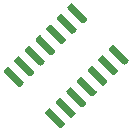
<source format=gbr>
G04 #@! TF.GenerationSoftware,KiCad,Pcbnew,(5.1.5)-3*
G04 #@! TF.CreationDate,2021-02-16T09:18:19-06:00*
G04 #@! TF.ProjectId,HallSensorSMD_9_Pos,48616c6c-5365-46e7-936f-72534d445f39,rev?*
G04 #@! TF.SameCoordinates,Original*
G04 #@! TF.FileFunction,Paste,Bot*
G04 #@! TF.FilePolarity,Positive*
%FSLAX46Y46*%
G04 Gerber Fmt 4.6, Leading zero omitted, Abs format (unit mm)*
G04 Created by KiCad (PCBNEW (5.1.5)-3) date 2021-02-16 09:18:19*
%MOMM*%
%LPD*%
G04 APERTURE LIST*
%ADD10C,0.100000*%
G04 APERTURE END LIST*
D10*
G36*
X124491872Y-53259105D02*
G01*
X124506433Y-53261265D01*
X124520712Y-53264842D01*
X124534572Y-53269801D01*
X124547879Y-53276095D01*
X124560505Y-53283663D01*
X124572328Y-53292431D01*
X124583235Y-53302317D01*
X125749961Y-54469043D01*
X125759847Y-54479950D01*
X125768615Y-54491773D01*
X125776183Y-54504399D01*
X125782477Y-54517706D01*
X125787436Y-54531566D01*
X125791013Y-54545845D01*
X125793173Y-54560406D01*
X125793895Y-54575109D01*
X125793173Y-54589812D01*
X125791013Y-54604373D01*
X125787436Y-54618652D01*
X125782477Y-54632512D01*
X125776183Y-54645819D01*
X125768615Y-54658445D01*
X125759847Y-54670268D01*
X125749961Y-54681175D01*
X125537829Y-54893307D01*
X125526922Y-54903193D01*
X125515099Y-54911961D01*
X125502473Y-54919529D01*
X125489166Y-54925823D01*
X125475306Y-54930782D01*
X125461027Y-54934359D01*
X125446466Y-54936519D01*
X125431763Y-54937241D01*
X125417060Y-54936519D01*
X125402499Y-54934359D01*
X125388220Y-54930782D01*
X125374360Y-54925823D01*
X125361053Y-54919529D01*
X125348427Y-54911961D01*
X125336604Y-54903193D01*
X125325697Y-54893307D01*
X124158971Y-53726581D01*
X124149085Y-53715674D01*
X124140317Y-53703851D01*
X124132749Y-53691225D01*
X124126455Y-53677918D01*
X124121496Y-53664058D01*
X124117919Y-53649779D01*
X124115759Y-53635218D01*
X124115037Y-53620515D01*
X124115759Y-53605812D01*
X124117919Y-53591251D01*
X124121496Y-53576972D01*
X124126455Y-53563112D01*
X124132749Y-53549805D01*
X124140317Y-53537179D01*
X124149085Y-53525356D01*
X124158971Y-53514449D01*
X124371103Y-53302317D01*
X124382010Y-53292431D01*
X124393833Y-53283663D01*
X124406459Y-53276095D01*
X124419766Y-53269801D01*
X124433626Y-53264842D01*
X124447905Y-53261265D01*
X124462466Y-53259105D01*
X124477169Y-53258383D01*
X124491872Y-53259105D01*
G37*
G36*
X123593847Y-54157131D02*
G01*
X123608408Y-54159291D01*
X123622687Y-54162868D01*
X123636547Y-54167827D01*
X123649854Y-54174121D01*
X123662480Y-54181689D01*
X123674303Y-54190457D01*
X123685210Y-54200343D01*
X124851936Y-55367069D01*
X124861822Y-55377976D01*
X124870590Y-55389799D01*
X124878158Y-55402425D01*
X124884452Y-55415732D01*
X124889411Y-55429592D01*
X124892988Y-55443871D01*
X124895148Y-55458432D01*
X124895870Y-55473135D01*
X124895148Y-55487838D01*
X124892988Y-55502399D01*
X124889411Y-55516678D01*
X124884452Y-55530538D01*
X124878158Y-55543845D01*
X124870590Y-55556471D01*
X124861822Y-55568294D01*
X124851936Y-55579201D01*
X124639804Y-55791333D01*
X124628897Y-55801219D01*
X124617074Y-55809987D01*
X124604448Y-55817555D01*
X124591141Y-55823849D01*
X124577281Y-55828808D01*
X124563002Y-55832385D01*
X124548441Y-55834545D01*
X124533738Y-55835267D01*
X124519035Y-55834545D01*
X124504474Y-55832385D01*
X124490195Y-55828808D01*
X124476335Y-55823849D01*
X124463028Y-55817555D01*
X124450402Y-55809987D01*
X124438579Y-55801219D01*
X124427672Y-55791333D01*
X123260946Y-54624607D01*
X123251060Y-54613700D01*
X123242292Y-54601877D01*
X123234724Y-54589251D01*
X123228430Y-54575944D01*
X123223471Y-54562084D01*
X123219894Y-54547805D01*
X123217734Y-54533244D01*
X123217012Y-54518541D01*
X123217734Y-54503838D01*
X123219894Y-54489277D01*
X123223471Y-54474998D01*
X123228430Y-54461138D01*
X123234724Y-54447831D01*
X123242292Y-54435205D01*
X123251060Y-54423382D01*
X123260946Y-54412475D01*
X123473078Y-54200343D01*
X123483985Y-54190457D01*
X123495808Y-54181689D01*
X123508434Y-54174121D01*
X123521741Y-54167827D01*
X123535601Y-54162868D01*
X123549880Y-54159291D01*
X123564441Y-54157131D01*
X123579144Y-54156409D01*
X123593847Y-54157131D01*
G37*
G36*
X122695821Y-55055157D02*
G01*
X122710382Y-55057317D01*
X122724661Y-55060894D01*
X122738521Y-55065853D01*
X122751828Y-55072147D01*
X122764454Y-55079715D01*
X122776277Y-55088483D01*
X122787184Y-55098369D01*
X123953910Y-56265095D01*
X123963796Y-56276002D01*
X123972564Y-56287825D01*
X123980132Y-56300451D01*
X123986426Y-56313758D01*
X123991385Y-56327618D01*
X123994962Y-56341897D01*
X123997122Y-56356458D01*
X123997844Y-56371161D01*
X123997122Y-56385864D01*
X123994962Y-56400425D01*
X123991385Y-56414704D01*
X123986426Y-56428564D01*
X123980132Y-56441871D01*
X123972564Y-56454497D01*
X123963796Y-56466320D01*
X123953910Y-56477227D01*
X123741778Y-56689359D01*
X123730871Y-56699245D01*
X123719048Y-56708013D01*
X123706422Y-56715581D01*
X123693115Y-56721875D01*
X123679255Y-56726834D01*
X123664976Y-56730411D01*
X123650415Y-56732571D01*
X123635712Y-56733293D01*
X123621009Y-56732571D01*
X123606448Y-56730411D01*
X123592169Y-56726834D01*
X123578309Y-56721875D01*
X123565002Y-56715581D01*
X123552376Y-56708013D01*
X123540553Y-56699245D01*
X123529646Y-56689359D01*
X122362920Y-55522633D01*
X122353034Y-55511726D01*
X122344266Y-55499903D01*
X122336698Y-55487277D01*
X122330404Y-55473970D01*
X122325445Y-55460110D01*
X122321868Y-55445831D01*
X122319708Y-55431270D01*
X122318986Y-55416567D01*
X122319708Y-55401864D01*
X122321868Y-55387303D01*
X122325445Y-55373024D01*
X122330404Y-55359164D01*
X122336698Y-55345857D01*
X122344266Y-55333231D01*
X122353034Y-55321408D01*
X122362920Y-55310501D01*
X122575052Y-55098369D01*
X122585959Y-55088483D01*
X122597782Y-55079715D01*
X122610408Y-55072147D01*
X122623715Y-55065853D01*
X122637575Y-55060894D01*
X122651854Y-55057317D01*
X122666415Y-55055157D01*
X122681118Y-55054435D01*
X122695821Y-55055157D01*
G37*
G36*
X121797795Y-55953182D02*
G01*
X121812356Y-55955342D01*
X121826635Y-55958919D01*
X121840495Y-55963878D01*
X121853802Y-55970172D01*
X121866428Y-55977740D01*
X121878251Y-55986508D01*
X121889158Y-55996394D01*
X123055884Y-57163120D01*
X123065770Y-57174027D01*
X123074538Y-57185850D01*
X123082106Y-57198476D01*
X123088400Y-57211783D01*
X123093359Y-57225643D01*
X123096936Y-57239922D01*
X123099096Y-57254483D01*
X123099818Y-57269186D01*
X123099096Y-57283889D01*
X123096936Y-57298450D01*
X123093359Y-57312729D01*
X123088400Y-57326589D01*
X123082106Y-57339896D01*
X123074538Y-57352522D01*
X123065770Y-57364345D01*
X123055884Y-57375252D01*
X122843752Y-57587384D01*
X122832845Y-57597270D01*
X122821022Y-57606038D01*
X122808396Y-57613606D01*
X122795089Y-57619900D01*
X122781229Y-57624859D01*
X122766950Y-57628436D01*
X122752389Y-57630596D01*
X122737686Y-57631318D01*
X122722983Y-57630596D01*
X122708422Y-57628436D01*
X122694143Y-57624859D01*
X122680283Y-57619900D01*
X122666976Y-57613606D01*
X122654350Y-57606038D01*
X122642527Y-57597270D01*
X122631620Y-57587384D01*
X121464894Y-56420658D01*
X121455008Y-56409751D01*
X121446240Y-56397928D01*
X121438672Y-56385302D01*
X121432378Y-56371995D01*
X121427419Y-56358135D01*
X121423842Y-56343856D01*
X121421682Y-56329295D01*
X121420960Y-56314592D01*
X121421682Y-56299889D01*
X121423842Y-56285328D01*
X121427419Y-56271049D01*
X121432378Y-56257189D01*
X121438672Y-56243882D01*
X121446240Y-56231256D01*
X121455008Y-56219433D01*
X121464894Y-56208526D01*
X121677026Y-55996394D01*
X121687933Y-55986508D01*
X121699756Y-55977740D01*
X121712382Y-55970172D01*
X121725689Y-55963878D01*
X121739549Y-55958919D01*
X121753828Y-55955342D01*
X121768389Y-55953182D01*
X121783092Y-55952460D01*
X121797795Y-55953182D01*
G37*
G36*
X120899770Y-56851208D02*
G01*
X120914331Y-56853368D01*
X120928610Y-56856945D01*
X120942470Y-56861904D01*
X120955777Y-56868198D01*
X120968403Y-56875766D01*
X120980226Y-56884534D01*
X120991133Y-56894420D01*
X122157859Y-58061146D01*
X122167745Y-58072053D01*
X122176513Y-58083876D01*
X122184081Y-58096502D01*
X122190375Y-58109809D01*
X122195334Y-58123669D01*
X122198911Y-58137948D01*
X122201071Y-58152509D01*
X122201793Y-58167212D01*
X122201071Y-58181915D01*
X122198911Y-58196476D01*
X122195334Y-58210755D01*
X122190375Y-58224615D01*
X122184081Y-58237922D01*
X122176513Y-58250548D01*
X122167745Y-58262371D01*
X122157859Y-58273278D01*
X121945727Y-58485410D01*
X121934820Y-58495296D01*
X121922997Y-58504064D01*
X121910371Y-58511632D01*
X121897064Y-58517926D01*
X121883204Y-58522885D01*
X121868925Y-58526462D01*
X121854364Y-58528622D01*
X121839661Y-58529344D01*
X121824958Y-58528622D01*
X121810397Y-58526462D01*
X121796118Y-58522885D01*
X121782258Y-58517926D01*
X121768951Y-58511632D01*
X121756325Y-58504064D01*
X121744502Y-58495296D01*
X121733595Y-58485410D01*
X120566869Y-57318684D01*
X120556983Y-57307777D01*
X120548215Y-57295954D01*
X120540647Y-57283328D01*
X120534353Y-57270021D01*
X120529394Y-57256161D01*
X120525817Y-57241882D01*
X120523657Y-57227321D01*
X120522935Y-57212618D01*
X120523657Y-57197915D01*
X120525817Y-57183354D01*
X120529394Y-57169075D01*
X120534353Y-57155215D01*
X120540647Y-57141908D01*
X120548215Y-57129282D01*
X120556983Y-57117459D01*
X120566869Y-57106552D01*
X120779001Y-56894420D01*
X120789908Y-56884534D01*
X120801731Y-56875766D01*
X120814357Y-56868198D01*
X120827664Y-56861904D01*
X120841524Y-56856945D01*
X120855803Y-56853368D01*
X120870364Y-56851208D01*
X120885067Y-56850486D01*
X120899770Y-56851208D01*
G37*
G36*
X120001744Y-57749234D02*
G01*
X120016305Y-57751394D01*
X120030584Y-57754971D01*
X120044444Y-57759930D01*
X120057751Y-57766224D01*
X120070377Y-57773792D01*
X120082200Y-57782560D01*
X120093107Y-57792446D01*
X121259833Y-58959172D01*
X121269719Y-58970079D01*
X121278487Y-58981902D01*
X121286055Y-58994528D01*
X121292349Y-59007835D01*
X121297308Y-59021695D01*
X121300885Y-59035974D01*
X121303045Y-59050535D01*
X121303767Y-59065238D01*
X121303045Y-59079941D01*
X121300885Y-59094502D01*
X121297308Y-59108781D01*
X121292349Y-59122641D01*
X121286055Y-59135948D01*
X121278487Y-59148574D01*
X121269719Y-59160397D01*
X121259833Y-59171304D01*
X121047701Y-59383436D01*
X121036794Y-59393322D01*
X121024971Y-59402090D01*
X121012345Y-59409658D01*
X120999038Y-59415952D01*
X120985178Y-59420911D01*
X120970899Y-59424488D01*
X120956338Y-59426648D01*
X120941635Y-59427370D01*
X120926932Y-59426648D01*
X120912371Y-59424488D01*
X120898092Y-59420911D01*
X120884232Y-59415952D01*
X120870925Y-59409658D01*
X120858299Y-59402090D01*
X120846476Y-59393322D01*
X120835569Y-59383436D01*
X119668843Y-58216710D01*
X119658957Y-58205803D01*
X119650189Y-58193980D01*
X119642621Y-58181354D01*
X119636327Y-58168047D01*
X119631368Y-58154187D01*
X119627791Y-58139908D01*
X119625631Y-58125347D01*
X119624909Y-58110644D01*
X119625631Y-58095941D01*
X119627791Y-58081380D01*
X119631368Y-58067101D01*
X119636327Y-58053241D01*
X119642621Y-58039934D01*
X119650189Y-58027308D01*
X119658957Y-58015485D01*
X119668843Y-58004578D01*
X119880975Y-57792446D01*
X119891882Y-57782560D01*
X119903705Y-57773792D01*
X119916331Y-57766224D01*
X119929638Y-57759930D01*
X119943498Y-57754971D01*
X119957777Y-57751394D01*
X119972338Y-57749234D01*
X119987041Y-57748512D01*
X120001744Y-57749234D01*
G37*
G36*
X119103718Y-58647259D02*
G01*
X119118279Y-58649419D01*
X119132558Y-58652996D01*
X119146418Y-58657955D01*
X119159725Y-58664249D01*
X119172351Y-58671817D01*
X119184174Y-58680585D01*
X119195081Y-58690471D01*
X120361807Y-59857197D01*
X120371693Y-59868104D01*
X120380461Y-59879927D01*
X120388029Y-59892553D01*
X120394323Y-59905860D01*
X120399282Y-59919720D01*
X120402859Y-59933999D01*
X120405019Y-59948560D01*
X120405741Y-59963263D01*
X120405019Y-59977966D01*
X120402859Y-59992527D01*
X120399282Y-60006806D01*
X120394323Y-60020666D01*
X120388029Y-60033973D01*
X120380461Y-60046599D01*
X120371693Y-60058422D01*
X120361807Y-60069329D01*
X120149675Y-60281461D01*
X120138768Y-60291347D01*
X120126945Y-60300115D01*
X120114319Y-60307683D01*
X120101012Y-60313977D01*
X120087152Y-60318936D01*
X120072873Y-60322513D01*
X120058312Y-60324673D01*
X120043609Y-60325395D01*
X120028906Y-60324673D01*
X120014345Y-60322513D01*
X120000066Y-60318936D01*
X119986206Y-60313977D01*
X119972899Y-60307683D01*
X119960273Y-60300115D01*
X119948450Y-60291347D01*
X119937543Y-60281461D01*
X118770817Y-59114735D01*
X118760931Y-59103828D01*
X118752163Y-59092005D01*
X118744595Y-59079379D01*
X118738301Y-59066072D01*
X118733342Y-59052212D01*
X118729765Y-59037933D01*
X118727605Y-59023372D01*
X118726883Y-59008669D01*
X118727605Y-58993966D01*
X118729765Y-58979405D01*
X118733342Y-58965126D01*
X118738301Y-58951266D01*
X118744595Y-58937959D01*
X118752163Y-58925333D01*
X118760931Y-58913510D01*
X118770817Y-58902603D01*
X118982949Y-58690471D01*
X118993856Y-58680585D01*
X119005679Y-58671817D01*
X119018305Y-58664249D01*
X119031612Y-58657955D01*
X119045472Y-58652996D01*
X119059751Y-58649419D01*
X119074312Y-58647259D01*
X119089015Y-58646537D01*
X119103718Y-58647259D01*
G37*
G36*
X115603540Y-55147081D02*
G01*
X115618101Y-55149241D01*
X115632380Y-55152818D01*
X115646240Y-55157777D01*
X115659547Y-55164071D01*
X115672173Y-55171639D01*
X115683996Y-55180407D01*
X115694903Y-55190293D01*
X116861629Y-56357019D01*
X116871515Y-56367926D01*
X116880283Y-56379749D01*
X116887851Y-56392375D01*
X116894145Y-56405682D01*
X116899104Y-56419542D01*
X116902681Y-56433821D01*
X116904841Y-56448382D01*
X116905563Y-56463085D01*
X116904841Y-56477788D01*
X116902681Y-56492349D01*
X116899104Y-56506628D01*
X116894145Y-56520488D01*
X116887851Y-56533795D01*
X116880283Y-56546421D01*
X116871515Y-56558244D01*
X116861629Y-56569151D01*
X116649497Y-56781283D01*
X116638590Y-56791169D01*
X116626767Y-56799937D01*
X116614141Y-56807505D01*
X116600834Y-56813799D01*
X116586974Y-56818758D01*
X116572695Y-56822335D01*
X116558134Y-56824495D01*
X116543431Y-56825217D01*
X116528728Y-56824495D01*
X116514167Y-56822335D01*
X116499888Y-56818758D01*
X116486028Y-56813799D01*
X116472721Y-56807505D01*
X116460095Y-56799937D01*
X116448272Y-56791169D01*
X116437365Y-56781283D01*
X115270639Y-55614557D01*
X115260753Y-55603650D01*
X115251985Y-55591827D01*
X115244417Y-55579201D01*
X115238123Y-55565894D01*
X115233164Y-55552034D01*
X115229587Y-55537755D01*
X115227427Y-55523194D01*
X115226705Y-55508491D01*
X115227427Y-55493788D01*
X115229587Y-55479227D01*
X115233164Y-55464948D01*
X115238123Y-55451088D01*
X115244417Y-55437781D01*
X115251985Y-55425155D01*
X115260753Y-55413332D01*
X115270639Y-55402425D01*
X115482771Y-55190293D01*
X115493678Y-55180407D01*
X115505501Y-55171639D01*
X115518127Y-55164071D01*
X115531434Y-55157777D01*
X115545294Y-55152818D01*
X115559573Y-55149241D01*
X115574134Y-55147081D01*
X115588837Y-55146359D01*
X115603540Y-55147081D01*
G37*
G36*
X116501565Y-54249055D02*
G01*
X116516126Y-54251215D01*
X116530405Y-54254792D01*
X116544265Y-54259751D01*
X116557572Y-54266045D01*
X116570198Y-54273613D01*
X116582021Y-54282381D01*
X116592928Y-54292267D01*
X117759654Y-55458993D01*
X117769540Y-55469900D01*
X117778308Y-55481723D01*
X117785876Y-55494349D01*
X117792170Y-55507656D01*
X117797129Y-55521516D01*
X117800706Y-55535795D01*
X117802866Y-55550356D01*
X117803588Y-55565059D01*
X117802866Y-55579762D01*
X117800706Y-55594323D01*
X117797129Y-55608602D01*
X117792170Y-55622462D01*
X117785876Y-55635769D01*
X117778308Y-55648395D01*
X117769540Y-55660218D01*
X117759654Y-55671125D01*
X117547522Y-55883257D01*
X117536615Y-55893143D01*
X117524792Y-55901911D01*
X117512166Y-55909479D01*
X117498859Y-55915773D01*
X117484999Y-55920732D01*
X117470720Y-55924309D01*
X117456159Y-55926469D01*
X117441456Y-55927191D01*
X117426753Y-55926469D01*
X117412192Y-55924309D01*
X117397913Y-55920732D01*
X117384053Y-55915773D01*
X117370746Y-55909479D01*
X117358120Y-55901911D01*
X117346297Y-55893143D01*
X117335390Y-55883257D01*
X116168664Y-54716531D01*
X116158778Y-54705624D01*
X116150010Y-54693801D01*
X116142442Y-54681175D01*
X116136148Y-54667868D01*
X116131189Y-54654008D01*
X116127612Y-54639729D01*
X116125452Y-54625168D01*
X116124730Y-54610465D01*
X116125452Y-54595762D01*
X116127612Y-54581201D01*
X116131189Y-54566922D01*
X116136148Y-54553062D01*
X116142442Y-54539755D01*
X116150010Y-54527129D01*
X116158778Y-54515306D01*
X116168664Y-54504399D01*
X116380796Y-54292267D01*
X116391703Y-54282381D01*
X116403526Y-54273613D01*
X116416152Y-54266045D01*
X116429459Y-54259751D01*
X116443319Y-54254792D01*
X116457598Y-54251215D01*
X116472159Y-54249055D01*
X116486862Y-54248333D01*
X116501565Y-54249055D01*
G37*
G36*
X117399591Y-53351029D02*
G01*
X117414152Y-53353189D01*
X117428431Y-53356766D01*
X117442291Y-53361725D01*
X117455598Y-53368019D01*
X117468224Y-53375587D01*
X117480047Y-53384355D01*
X117490954Y-53394241D01*
X118657680Y-54560967D01*
X118667566Y-54571874D01*
X118676334Y-54583697D01*
X118683902Y-54596323D01*
X118690196Y-54609630D01*
X118695155Y-54623490D01*
X118698732Y-54637769D01*
X118700892Y-54652330D01*
X118701614Y-54667033D01*
X118700892Y-54681736D01*
X118698732Y-54696297D01*
X118695155Y-54710576D01*
X118690196Y-54724436D01*
X118683902Y-54737743D01*
X118676334Y-54750369D01*
X118667566Y-54762192D01*
X118657680Y-54773099D01*
X118445548Y-54985231D01*
X118434641Y-54995117D01*
X118422818Y-55003885D01*
X118410192Y-55011453D01*
X118396885Y-55017747D01*
X118383025Y-55022706D01*
X118368746Y-55026283D01*
X118354185Y-55028443D01*
X118339482Y-55029165D01*
X118324779Y-55028443D01*
X118310218Y-55026283D01*
X118295939Y-55022706D01*
X118282079Y-55017747D01*
X118268772Y-55011453D01*
X118256146Y-55003885D01*
X118244323Y-54995117D01*
X118233416Y-54985231D01*
X117066690Y-53818505D01*
X117056804Y-53807598D01*
X117048036Y-53795775D01*
X117040468Y-53783149D01*
X117034174Y-53769842D01*
X117029215Y-53755982D01*
X117025638Y-53741703D01*
X117023478Y-53727142D01*
X117022756Y-53712439D01*
X117023478Y-53697736D01*
X117025638Y-53683175D01*
X117029215Y-53668896D01*
X117034174Y-53655036D01*
X117040468Y-53641729D01*
X117048036Y-53629103D01*
X117056804Y-53617280D01*
X117066690Y-53606373D01*
X117278822Y-53394241D01*
X117289729Y-53384355D01*
X117301552Y-53375587D01*
X117314178Y-53368019D01*
X117327485Y-53361725D01*
X117341345Y-53356766D01*
X117355624Y-53353189D01*
X117370185Y-53351029D01*
X117384888Y-53350307D01*
X117399591Y-53351029D01*
G37*
G36*
X118297617Y-52453004D02*
G01*
X118312178Y-52455164D01*
X118326457Y-52458741D01*
X118340317Y-52463700D01*
X118353624Y-52469994D01*
X118366250Y-52477562D01*
X118378073Y-52486330D01*
X118388980Y-52496216D01*
X119555706Y-53662942D01*
X119565592Y-53673849D01*
X119574360Y-53685672D01*
X119581928Y-53698298D01*
X119588222Y-53711605D01*
X119593181Y-53725465D01*
X119596758Y-53739744D01*
X119598918Y-53754305D01*
X119599640Y-53769008D01*
X119598918Y-53783711D01*
X119596758Y-53798272D01*
X119593181Y-53812551D01*
X119588222Y-53826411D01*
X119581928Y-53839718D01*
X119574360Y-53852344D01*
X119565592Y-53864167D01*
X119555706Y-53875074D01*
X119343574Y-54087206D01*
X119332667Y-54097092D01*
X119320844Y-54105860D01*
X119308218Y-54113428D01*
X119294911Y-54119722D01*
X119281051Y-54124681D01*
X119266772Y-54128258D01*
X119252211Y-54130418D01*
X119237508Y-54131140D01*
X119222805Y-54130418D01*
X119208244Y-54128258D01*
X119193965Y-54124681D01*
X119180105Y-54119722D01*
X119166798Y-54113428D01*
X119154172Y-54105860D01*
X119142349Y-54097092D01*
X119131442Y-54087206D01*
X117964716Y-52920480D01*
X117954830Y-52909573D01*
X117946062Y-52897750D01*
X117938494Y-52885124D01*
X117932200Y-52871817D01*
X117927241Y-52857957D01*
X117923664Y-52843678D01*
X117921504Y-52829117D01*
X117920782Y-52814414D01*
X117921504Y-52799711D01*
X117923664Y-52785150D01*
X117927241Y-52770871D01*
X117932200Y-52757011D01*
X117938494Y-52743704D01*
X117946062Y-52731078D01*
X117954830Y-52719255D01*
X117964716Y-52708348D01*
X118176848Y-52496216D01*
X118187755Y-52486330D01*
X118199578Y-52477562D01*
X118212204Y-52469994D01*
X118225511Y-52463700D01*
X118239371Y-52458741D01*
X118253650Y-52455164D01*
X118268211Y-52453004D01*
X118282914Y-52452282D01*
X118297617Y-52453004D01*
G37*
G36*
X119195642Y-51554978D02*
G01*
X119210203Y-51557138D01*
X119224482Y-51560715D01*
X119238342Y-51565674D01*
X119251649Y-51571968D01*
X119264275Y-51579536D01*
X119276098Y-51588304D01*
X119287005Y-51598190D01*
X120453731Y-52764916D01*
X120463617Y-52775823D01*
X120472385Y-52787646D01*
X120479953Y-52800272D01*
X120486247Y-52813579D01*
X120491206Y-52827439D01*
X120494783Y-52841718D01*
X120496943Y-52856279D01*
X120497665Y-52870982D01*
X120496943Y-52885685D01*
X120494783Y-52900246D01*
X120491206Y-52914525D01*
X120486247Y-52928385D01*
X120479953Y-52941692D01*
X120472385Y-52954318D01*
X120463617Y-52966141D01*
X120453731Y-52977048D01*
X120241599Y-53189180D01*
X120230692Y-53199066D01*
X120218869Y-53207834D01*
X120206243Y-53215402D01*
X120192936Y-53221696D01*
X120179076Y-53226655D01*
X120164797Y-53230232D01*
X120150236Y-53232392D01*
X120135533Y-53233114D01*
X120120830Y-53232392D01*
X120106269Y-53230232D01*
X120091990Y-53226655D01*
X120078130Y-53221696D01*
X120064823Y-53215402D01*
X120052197Y-53207834D01*
X120040374Y-53199066D01*
X120029467Y-53189180D01*
X118862741Y-52022454D01*
X118852855Y-52011547D01*
X118844087Y-51999724D01*
X118836519Y-51987098D01*
X118830225Y-51973791D01*
X118825266Y-51959931D01*
X118821689Y-51945652D01*
X118819529Y-51931091D01*
X118818807Y-51916388D01*
X118819529Y-51901685D01*
X118821689Y-51887124D01*
X118825266Y-51872845D01*
X118830225Y-51858985D01*
X118836519Y-51845678D01*
X118844087Y-51833052D01*
X118852855Y-51821229D01*
X118862741Y-51810322D01*
X119074873Y-51598190D01*
X119085780Y-51588304D01*
X119097603Y-51579536D01*
X119110229Y-51571968D01*
X119123536Y-51565674D01*
X119137396Y-51560715D01*
X119151675Y-51557138D01*
X119166236Y-51554978D01*
X119180939Y-51554256D01*
X119195642Y-51554978D01*
G37*
G36*
X120093668Y-50656952D02*
G01*
X120108229Y-50659112D01*
X120122508Y-50662689D01*
X120136368Y-50667648D01*
X120149675Y-50673942D01*
X120162301Y-50681510D01*
X120174124Y-50690278D01*
X120185031Y-50700164D01*
X121351757Y-51866890D01*
X121361643Y-51877797D01*
X121370411Y-51889620D01*
X121377979Y-51902246D01*
X121384273Y-51915553D01*
X121389232Y-51929413D01*
X121392809Y-51943692D01*
X121394969Y-51958253D01*
X121395691Y-51972956D01*
X121394969Y-51987659D01*
X121392809Y-52002220D01*
X121389232Y-52016499D01*
X121384273Y-52030359D01*
X121377979Y-52043666D01*
X121370411Y-52056292D01*
X121361643Y-52068115D01*
X121351757Y-52079022D01*
X121139625Y-52291154D01*
X121128718Y-52301040D01*
X121116895Y-52309808D01*
X121104269Y-52317376D01*
X121090962Y-52323670D01*
X121077102Y-52328629D01*
X121062823Y-52332206D01*
X121048262Y-52334366D01*
X121033559Y-52335088D01*
X121018856Y-52334366D01*
X121004295Y-52332206D01*
X120990016Y-52328629D01*
X120976156Y-52323670D01*
X120962849Y-52317376D01*
X120950223Y-52309808D01*
X120938400Y-52301040D01*
X120927493Y-52291154D01*
X119760767Y-51124428D01*
X119750881Y-51113521D01*
X119742113Y-51101698D01*
X119734545Y-51089072D01*
X119728251Y-51075765D01*
X119723292Y-51061905D01*
X119719715Y-51047626D01*
X119717555Y-51033065D01*
X119716833Y-51018362D01*
X119717555Y-51003659D01*
X119719715Y-50989098D01*
X119723292Y-50974819D01*
X119728251Y-50960959D01*
X119734545Y-50947652D01*
X119742113Y-50935026D01*
X119750881Y-50923203D01*
X119760767Y-50912296D01*
X119972899Y-50700164D01*
X119983806Y-50690278D01*
X119995629Y-50681510D01*
X120008255Y-50673942D01*
X120021562Y-50667648D01*
X120035422Y-50662689D01*
X120049701Y-50659112D01*
X120064262Y-50656952D01*
X120078965Y-50656230D01*
X120093668Y-50656952D01*
G37*
G36*
X120991694Y-49758927D02*
G01*
X121006255Y-49761087D01*
X121020534Y-49764664D01*
X121034394Y-49769623D01*
X121047701Y-49775917D01*
X121060327Y-49783485D01*
X121072150Y-49792253D01*
X121083057Y-49802139D01*
X122249783Y-50968865D01*
X122259669Y-50979772D01*
X122268437Y-50991595D01*
X122276005Y-51004221D01*
X122282299Y-51017528D01*
X122287258Y-51031388D01*
X122290835Y-51045667D01*
X122292995Y-51060228D01*
X122293717Y-51074931D01*
X122292995Y-51089634D01*
X122290835Y-51104195D01*
X122287258Y-51118474D01*
X122282299Y-51132334D01*
X122276005Y-51145641D01*
X122268437Y-51158267D01*
X122259669Y-51170090D01*
X122249783Y-51180997D01*
X122037651Y-51393129D01*
X122026744Y-51403015D01*
X122014921Y-51411783D01*
X122002295Y-51419351D01*
X121988988Y-51425645D01*
X121975128Y-51430604D01*
X121960849Y-51434181D01*
X121946288Y-51436341D01*
X121931585Y-51437063D01*
X121916882Y-51436341D01*
X121902321Y-51434181D01*
X121888042Y-51430604D01*
X121874182Y-51425645D01*
X121860875Y-51419351D01*
X121848249Y-51411783D01*
X121836426Y-51403015D01*
X121825519Y-51393129D01*
X120658793Y-50226403D01*
X120648907Y-50215496D01*
X120640139Y-50203673D01*
X120632571Y-50191047D01*
X120626277Y-50177740D01*
X120621318Y-50163880D01*
X120617741Y-50149601D01*
X120615581Y-50135040D01*
X120614859Y-50120337D01*
X120615581Y-50105634D01*
X120617741Y-50091073D01*
X120621318Y-50076794D01*
X120626277Y-50062934D01*
X120632571Y-50049627D01*
X120640139Y-50037001D01*
X120648907Y-50025178D01*
X120658793Y-50014271D01*
X120870925Y-49802139D01*
X120881832Y-49792253D01*
X120893655Y-49783485D01*
X120906281Y-49775917D01*
X120919588Y-49769623D01*
X120933448Y-49764664D01*
X120947727Y-49761087D01*
X120962288Y-49758927D01*
X120976991Y-49758205D01*
X120991694Y-49758927D01*
G37*
M02*

</source>
